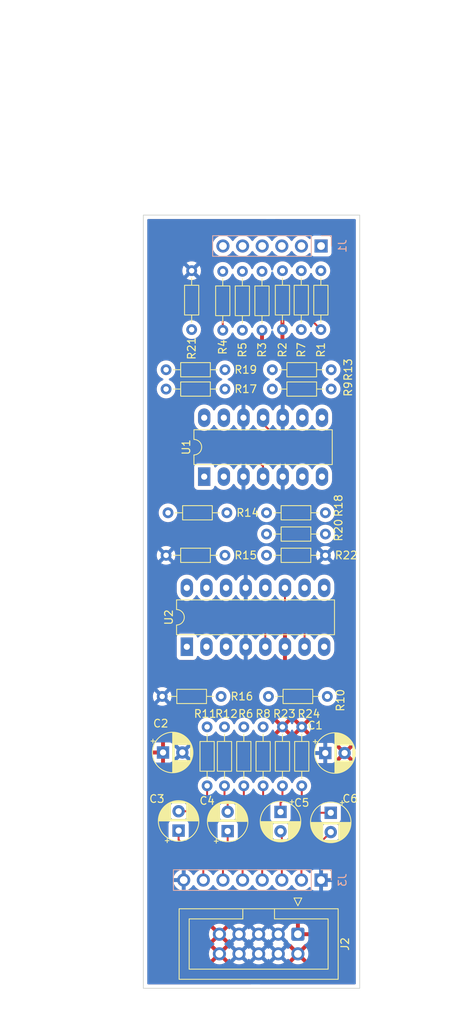
<source format=kicad_pcb>
(kicad_pcb (version 20211014) (generator pcbnew)
  (layers (0 "F.Cu" signal) (31 "B.Cu" signal) (34 "B.Paste" user) (35 "F.Paste" user) (36 "B.SilkS" user "B.Silkscreen") (37 "F.SilkS" user "F.Silkscreen") (38 "B.Mask" user) (39 "F.Mask" user) (44 "Edge.Cuts" user))
  (net 0 "")
  (net 1 "GND")
  (net 2 "-12V")
  (net 3 "+12V")
  (net 4 "/IN2")
  (net 5 "Net-(C3-Pad2)")
  (net 6 "/IN1")
  (net 7 "Net-(C4-Pad2)")
  (net 8 "Net-(C5-Pad1)")
  (net 9 "/OUT2")
  (net 10 "Net-(C6-Pad1)")
  (net 11 "/OUT1")
  (net 12 "/POT1_CW")
  (net 13 "/POT1_CCW")
  (net 14 "/POT2_CW")
  (net 15 "/POT2_CCW")
  (net 16 "/POT2")
  (net 17 "/MOD2")
  (net 18 "/POT1")
  (net 19 "/MOD1")
  (net 20 "Net-(R12-Pad1)")
  (net 21 "Net-(R19-Pad1)")
  (net 23 "Net-(U2-Pad5)")
  (net 24 "Net-(U2-Pad10)")
  (net 26 "/SUM1")
  (net 27 "/SUM2")
  (net 28 "/V2A")
  (net 29 "/V1A")
  (net 30 "/V2B")
  (net 31 "/V1B")
  (net 32 "/V2C")
  (net 33 "/V1C")
  (net 34 "Net-(R15-Pad2)")
  (net 35 "/V1D")
  (footprint "Resistor_THT:R_Axial_DIN0204_L3.6mm_D1.6mm_P7.62mm_Horizontal" (layer "F.Cu") (at 54.56 78 180)
    (fp_text reference "R22" (at -2.69 0) (layer "F.SilkS"))
    (fp_text value "6.8K")
    (pad "1" thru_hole circle (at 0 0 180) (size 1.4 1.4) (drill 0.7) (layers *.Cu *.Mask) (net 1 "GND"))
    (pad "2" thru_hole oval (at 7.62 0 180) (size 1.4 1.4) (drill 0.7) (layers *.Cu *.Mask) (net 35 "/V1D"))
  )
  (footprint "Package_DIP:DIP-14_W7.62mm_LongPads" (layer "F.Cu") (at 38.875 67.825 90)
    (fp_text reference "U1" (at 3.81 -2.33 90) (layer "F.SilkS"))
    (fp_text value "TL074")
    (pad "1" thru_hole rect (at 0 0 90) (size 2.4 1.6) (drill 0.8) (layers *.Cu *.Mask) (net 29 "/V1A"))
    (pad "2" thru_hole oval (at 0 2.54 90) (size 2.4 1.6) (drill 0.8) (layers *.Cu *.Mask) (net 26 "/SUM1"))
    (pad "3" thru_hole oval (at 0 5.08 90) (size 2.4 1.6) (drill 0.8) (layers *.Cu *.Mask) (net 1 "GND"))
    (pad "4" thru_hole oval (at 0 7.62 90) (size 2.4 1.6) (drill 0.8) (layers *.Cu *.Mask) (net 3 "+12V"))
    (pad "5" thru_hole oval (at 0 10.16 90) (size 2.4 1.6) (drill 0.8) (layers *.Cu *.Mask) (net 1 "GND"))
    (pad "6" thru_hole oval (at 0 12.7 90) (size 2.4 1.6) (drill 0.8) (layers *.Cu *.Mask) (net 31 "/V1B"))
    (pad "7" thru_hole oval (at 0 15.24 90) (size 2.4 1.6) (drill 0.8) (layers *.Cu *.Mask) (net 33 "/V1C"))
    (pad "8" thru_hole oval (at 7.62 15.24 90) (size 2.4 1.6) (drill 0.8) (layers *.Cu *.Mask) (net 28 "/V2A"))
    (pad "9" thru_hole oval (at 7.62 12.7 90) (size 2.4 1.6) (drill 0.8) (layers *.Cu *.Mask) (net 27 "/SUM2"))
    (pad "10" thru_hole oval (at 7.62 10.16 90) (size 2.4 1.6) (drill 0.8) (layers *.Cu *.Mask) (net 1 "GND"))
    (pad "11" thru_hole oval (at 7.62 7.62 90) (size 2.4 1.6) (drill 0.8) (layers *.Cu *.Mask) (net 2 "-12V"))
    (pad "12" thru_hole oval (at 7.62 5.08 90) (size 2.4 1.6) (drill 0.8) (layers *.Cu *.Mask) (net 1 "GND"))
    (pad "13" thru_hole oval (at 7.62 2.54 90) (size 2.4 1.6) (drill 0.8) (layers *.Cu *.Mask) (net 30 "/V2B"))
    (pad "14" thru_hole oval (at 7.62 0 90) (size 2.4 1.6) (drill 0.8) (layers *.Cu *.Mask) (net 32 "/V2C"))
  )
  (footprint "Package_DIP:DIP-16_W7.62mm_LongPads" (layer "F.Cu") (at 36.625 89.825 90)
    (fp_text reference "U2" (at 3.81 -2.33 90) (layer "F.SilkS"))
    (fp_text value "LM13700")
    (pad "1" thru_hole rect (at 0 0 90) (size 2.4 1.6) (drill 0.8) (layers *.Cu *.Mask) (net 35 "/V1D"))
    (pad "2" thru_hole oval (at 0 2.54 90) (size 2.4 1.6) (drill 0.8) (layers *.Cu *.Mask))
    (pad "3" thru_hole oval (at 0 5.08 90) (size 2.4 1.6) (drill 0.8) (layers *.Cu *.Mask) (net 20 "Net-(R12-Pad1)"))
    (pad "4" thru_hole oval (at 0 7.62 90) (size 2.4 1.6) (drill 0.8) (layers *.Cu *.Mask) (net 1 "GND"))
    (pad "5" thru_hole oval (at 0 10.16 90) (size 2.4 1.6) (drill 0.8) (layers *.Cu *.Mask) (net 23 "Net-(U2-Pad5)"))
    (pad "6" thru_hole oval (at 0 12.7 90) (size 2.4 1.6) (drill 0.8) (layers *.Cu *.Mask) (net 2 "-12V"))
    (pad "7" thru_hole oval (at 0 15.24 90) (size 2.4 1.6) (drill 0.8) (layers *.Cu *.Mask) (net 23 "Net-(U2-Pad5)"))
    (pad "8" thru_hole oval (at 0 17.78 90) (size 2.4 1.6) (drill 0.8) (layers *.Cu *.Mask) (net 10 "Net-(C6-Pad1)"))
    (pad "9" thru_hole oval (at 7.62 17.78 90) (size 2.4 1.6) (drill 0.8) (layers *.Cu *.Mask) (net 8 "Net-(C5-Pad1)"))
    (pad "10" thru_hole oval (at 7.62 15.24 90) (size 2.4 1.6) (drill 0.8) (layers *.Cu *.Mask) (net 24 "Net-(U2-Pad10)"))
    (pad "11" thru_hole oval (at 7.62 12.7 90) (size 2.4 1.6) (drill 0.8) (layers *.Cu *.Mask) (net 3 "+12V"))
    (pad "12" thru_hole oval (at 7.62 10.16 90) (size 2.4 1.6) (drill 0.8) (layers *.Cu *.Mask) (net 24 "Net-(U2-Pad10)"))
    (pad "13" thru_hole oval (at 7.62 7.62 90) (size 2.4 1.6) (drill 0.8) (layers *.Cu *.Mask) (net 1 "GND"))
    (pad "14" thru_hole oval (at 7.62 5.08 90) (size 2.4 1.6) (drill 0.8) (layers *.Cu *.Mask) (net 34 "Net-(R15-Pad2)"))
    (pad "15" thru_hole oval (at 7.62 2.54 90) (size 2.4 1.6) (drill 0.8) (layers *.Cu *.Mask))
    (pad "16" thru_hole oval (at 7.62 0 90) (size 2.4 1.6) (drill 0.8) (layers *.Cu *.Mask) (net 21 "Net-(R19-Pad1)"))
  )
  (footprint "Resistor_THT:R_Axial_DIN0204_L3.6mm_D1.6mm_P7.62mm_Horizontal" (layer "F.Cu") (at 37.25 41.19 -90)
    (fp_text reference "R21" (at 10.06 0 90) (layer "F.SilkS"))
    (fp_text value "6.8K")
    (pad "1" thru_hole circle (at 0 0 270) (size 1.4 1.4) (drill 0.7) (layers *.Cu *.Mask) (net 1 "GND"))
    (pad "2" thru_hole oval (at 7.62 0 270) (size 1.4 1.4) (drill 0.7) (layers *.Cu *.Mask) (net 21 "Net-(R19-Pad1)"))
  )
  (footprint "Resistor_THT:R_Axial_DIN0204_L3.6mm_D1.6mm_P7.62mm_Horizontal" (layer "F.Cu") (at 41.5 100.19 -90)
    (fp_text reference "R12" (at -1.69 -0.25 180) (layer "F.SilkS"))
    (fp_text value "47K")
    (pad "1" thru_hole circle (at 0 0 270) (size 1.4 1.4) (drill 0.7) (layers *.Cu *.Mask) (net 20 "Net-(R12-Pad1)"))
    (pad "2" thru_hole oval (at 7.62 0 270) (size 1.4 1.4) (drill 0.7) (layers *.Cu *.Mask) (net 7 "Net-(C4-Pad2)"))
  )
  (footprint "Capacitor_THT:CP_Radial_D5.0mm_P2.50mm" (layer "F.Cu") (at 41.91 113.665 90)
    (fp_text reference "C4" (at 3.915 -2.66 180) (layer "F.SilkS"))
    (fp_text value "2.2uF")
    (pad "1" thru_hole rect (at 0 0 90) (size 1.6 1.6) (drill 0.8) (layers *.Cu *.Mask) (net 6 "/IN1"))
    (pad "2" thru_hole circle (at 2.5 0 90) (size 1.6 1.6) (drill 0.8) (layers *.Cu *.Mask) (net 7 "Net-(C4-Pad2)"))
  )
  (footprint "Resistor_THT:R_Axial_DIN0204_L3.6mm_D1.6mm_P7.62mm_Horizontal" (layer "F.Cu") (at 51.435 41.19 -90)
    (fp_text reference "R7" (at 10.245 0 90) (layer "F.SilkS"))
    (fp_text value "100K")
    (pad "1" thru_hole circle (at 0 0 270) (size 1.4 1.4) (drill 0.7) (layers *.Cu *.Mask) (net 18 "/POT1"))
    (pad "2" thru_hole oval (at 7.62 0 270) (size 1.4 1.4) (drill 0.7) (layers *.Cu *.Mask) (net 26 "/SUM1"))
  )
  (footprint "Resistor_THT:R_Axial_DIN0204_L3.6mm_D1.6mm_P7.62mm_Horizontal" (layer "F.Cu") (at 33.44 96.25)
    (fp_text reference "R16" (at 10.31 0) (layer "F.SilkS"))
    (fp_text value "180")
    (pad "1" thru_hole circle (at 0 0) (size 1.4 1.4) (drill 0.7) (layers *.Cu *.Mask) (net 1 "GND"))
    (pad "2" thru_hole oval (at 7.62 0) (size 1.4 1.4) (drill 0.7) (layers *.Cu *.Mask) (net 20 "Net-(R12-Pad1)"))
  )
  (footprint "Resistor_THT:R_Axial_DIN0204_L3.6mm_D1.6mm_P7.62mm_Horizontal" (layer "F.Cu") (at 43.815 41.275 -90)
    (fp_text reference "R5" (at 10.16 0 90) (layer "F.SilkS"))
    (fp_text value "100K")
    (pad "1" thru_hole circle (at 0 0 270) (size 1.4 1.4) (drill 0.7) (layers *.Cu *.Mask) (net 16 "/POT2"))
    (pad "2" thru_hole oval (at 7.62 0 270) (size 1.4 1.4) (drill 0.7) (layers *.Cu *.Mask) (net 27 "/SUM2"))
  )
  (footprint "Resistor_THT:R_Axial_DIN0204_L3.6mm_D1.6mm_P7.62mm_Horizontal" (layer "F.Cu") (at 33.94 78)
    (fp_text reference "R15" (at 10.31 0) (layer "F.SilkS"))
    (fp_text value "180")
    (pad "1" thru_hole circle (at 0 0) (size 1.4 1.4) (drill 0.7) (layers *.Cu *.Mask) (net 1 "GND"))
    (pad "2" thru_hole oval (at 7.62 0) (size 1.4 1.4) (drill 0.7) (layers *.Cu *.Mask) (net 34 "Net-(R15-Pad2)"))
  )
  (footprint "Capacitor_THT:CP_Radial_D5.0mm_P2.50mm" (layer "F.Cu") (at 33.544888 103.5)
    (fp_text reference "C2" (at -0.294888 -3.75) (layer "F.SilkS"))
    (fp_text value "47uF")
    (pad "1" thru_hole rect (at 0 0) (size 1.6 1.6) (drill 0.8) (layers *.Cu *.Mask) (net 3 "+12V"))
    (pad "2" thru_hole circle (at 2.5 0) (size 1.6 1.6) (drill 0.8) (layers *.Cu *.Mask) (net 1 "GND"))
  )
  (footprint "Capacitor_THT:CP_Radial_D5.0mm_P2.50mm" (layer "F.Cu") (at 35.56 113.600113 90)
    (fp_text reference "C3" (at 4.100113 -2.81 180) (layer "F.SilkS"))
    (fp_text value "2.2uF")
    (pad "1" thru_hole rect (at 0 0 90) (size 1.6 1.6) (drill 0.8) (layers *.Cu *.Mask) (net 4 "/IN2"))
    (pad "2" thru_hole circle (at 2.5 0 90) (size 1.6 1.6) (drill 0.8) (layers *.Cu *.Mask) (net 5 "Net-(C3-Pad2)"))
  )
  (footprint "Resistor_THT:R_Axial_DIN0204_L3.6mm_D1.6mm_P7.62mm_Horizontal" (layer "F.Cu") (at 41.56 56.5 180)
    (fp_text reference "R17" (at -2.69 0) (layer "F.SilkS"))
    (fp_text value "10K")
    (pad "1" thru_hole circle (at 0 0 180) (size 1.4 1.4) (drill 0.7) (layers *.Cu *.Mask) (net 30 "/V2B"))
    (pad "2" thru_hole oval (at 7.62 0 180) (size 1.4 1.4) (drill 0.7) (layers *.Cu *.Mask) (net 32 "/V2C"))
  )
  (footprint "Resistor_THT:R_Axial_DIN0204_L3.6mm_D1.6mm_P7.62mm_Horizontal" (layer "F.Cu") (at 46.94 72.5)
    (fp_text reference "R18" (at 9.31 -0.92 90) (layer "F.SilkS"))
    (fp_text value "10K")
    (pad "1" thru_hole circle (at 0 0) (size 1.4 1.4) (drill 0.7) (layers *.Cu *.Mask) (net 31 "/V1B"))
    (pad "2" thru_hole oval (at 7.62 0) (size 1.4 1.4) (drill 0.7) (layers *.Cu *.Mask) (net 33 "/V1C"))
  )
  (footprint "Resistor_THT:R_Axial_DIN0204_L3.6mm_D1.6mm_P7.62mm_Horizontal" (layer "F.Cu") (at 46.5 107.81 90)
    (fp_text reference "R8" (at 9.31 0 180) (layer "F.SilkS"))
    (fp_text value "100K")
    (pad "1" thru_hole circle (at 0 0 90) (size 1.4 1.4) (drill 0.7) (layers *.Cu *.Mask) (net 19 "/MOD1"))
    (pad "2" thru_hole oval (at 7.62 0 90) (size 1.4 1.4) (drill 0.7) (layers *.Cu *.Mask) (net 26 "/SUM1"))
  )
  (footprint "Resistor_THT:R_Axial_DIN0204_L3.6mm_D1.6mm_P7.62mm_Horizontal" (layer "F.Cu") (at 55.31 54 180)
    (fp_text reference "R13" (at -2.19 0 90) (layer "F.SilkS"))
    (fp_text value "10K")
    (pad "1" thru_hole circle (at 0 0 180) (size 1.4 1.4) (drill 0.7) (layers *.Cu *.Mask) (net 28 "/V2A"))
    (pad "2" thru_hole oval (at 7.62 0 180) (size 1.4 1.4) (drill 0.7) (layers *.Cu *.Mask) (net 30 "/V2B"))
  )
  (footprint "Resistor_THT:R_Axial_DIN0204_L3.6mm_D1.6mm_P7.62mm_Horizontal" (layer "F.Cu") (at 41.275 41.275 -90)
    (fp_text reference "R4" (at 9.805 0 90) (layer "F.SilkS"))
    (fp_text value "24K")
    (pad "1" thru_hole circle (at 0 0 270) (size 1.4 1.4) (drill 0.7) (layers *.Cu *.Mask) (net 15 "/POT2_CCW"))
    (pad "2" thru_hole oval (at 7.62 0 270) (size 1.4 1.4) (drill 0.7) (layers *.Cu *.Mask) (net 2 "-12V"))
  )
  (footprint "Resistor_THT:R_Axial_DIN0204_L3.6mm_D1.6mm_P7.62mm_Horizontal" (layer "F.Cu") (at 44 107.81 90)
    (fp_text reference "R6" (at 9.31 0.25 180) (layer "F.SilkS"))
    (fp_text value "100K")
    (pad "1" thru_hole circle (at 0 0 90) (size 1.4 1.4) (drill 0.7) (layers *.Cu *.Mask) (net 17 "/MOD2"))
    (pad "2" thru_hole oval (at 7.62 0 90) (size 1.4 1.4) (drill 0.7) (layers *.Cu *.Mask) (net 27 "/SUM2"))
  )
  (footprint "Resistor_THT:R_Axial_DIN0204_L3.6mm_D1.6mm_P7.62mm_Horizontal" (layer "F.Cu") (at 34.19 72.5)
    (fp_text reference "R14" (at 10.31 0) (layer "F.SilkS"))
    (fp_text value "10K")
    (pad "1" thru_hole circle (at 0 0) (size 1.4 1.4) (drill 0.7) (layers *.Cu *.Mask) (net 29 "/V1A"))
    (pad "2" thru_hole oval (at 7.62 0) (size 1.4 1.4) (drill 0.7) (layers *.Cu *.Mask) (net 31 "/V1B"))
  )
  (footprint "Capacitor_THT:CP_Radial_D5.0mm_P2.50mm" (layer "F.Cu") (at 54.544888 103.569887)
    (fp_text reference "C1" (at -1.304775 -3.569887) (layer "F.SilkS"))
    (fp_text value "47uF")
    (pad "1" thru_hole rect (at 0 0) (size 1.6 1.6) (drill 0.8) (layers *.Cu *.Mask) (net 1 "GND"))
    (pad "2" thru_hole circle (at 2.5 0) (size 1.6 1.6) (drill 0.8) (layers *.Cu *.Mask) (net 2 "-12V"))
  )
  (footprint "Resistor_THT:R_Axial_DIN0204_L3.6mm_D1.6mm_P7.62mm_Horizontal" (layer "F.Cu") (at 46.355 41.275 -90)
    (fp_text reference "R3" (at 10.16 0 90) (layer "F.SilkS"))
    (fp_text value "47K")
    (pad "1" thru_hole circle (at 0 0 270) (size 1.4 1.4) (drill 0.7) (layers *.Cu *.Mask) (net 14 "/POT2_CW"))
    (pad "2" thru_hole oval (at 7.62 0 270) (size 1.4 1.4) (drill 0.7) (layers *.Cu *.Mask) (net 3 "+12V"))
  )
  (footprint "Capacitor_THT:CP_Radial_D5.0mm_P2.50mm" (layer "F.Cu") (at 48.75 111.189888 -90)
    (fp_text reference "C5" (at -1.189888 -2.74 180) (layer "F.SilkS"))
    (fp_text value "2.2uF")
    (pad "1" thru_hole rect (at 0 0 270) (size 1.6 1.6) (drill 0.8) (layers *.Cu *.Mask) (net 8 "Net-(C5-Pad1)"))
    (pad "2" thru_hole circle (at 2.5 0 270) (size 1.6 1.6) (drill 0.8) (layers *.Cu *.Mask) (net 9 "/OUT2"))
  )
  (footprint "Resistor_THT:R_Axial_DIN0204_L3.6mm_D1.6mm_P7.62mm_Horizontal" (layer "F.Cu") (at 47.69 56.5)
    (fp_text reference "R9" (at 9.81 0 90) (layer "F.SilkS"))
    (fp_text value "100K")
    (pad "1" thru_hole circle (at 0 0) (size 1.4 1.4) (drill 0.7) (layers *.Cu *.Mask) (net 27 "/SUM2"))
    (pad "2" thru_hole oval (at 7.62 0) (size 1.4 1.4) (drill 0.7) (layers *.Cu *.Mask) (net 28 "/V2A"))
  )
  (footprint "Resistor_THT:R_Axial_DIN0204_L3.6mm_D1.6mm_P7.62mm_Horizontal" (layer "F.Cu") (at 39.25 100.19 -90)
    (fp_text reference "R11" (at -1.69 0.25 180) (layer "F.SilkS"))
    (fp_text value "47K")
    (pad "1" thru_hole circle (at 0 0 270) (size 1.4 1.4) (drill 0.7) (layers *.Cu *.Mask) (net 34 "Net-(R15-Pad2)"))
    (pad "2" thru_hole oval (at 7.62 0 270) (size 1.4 1.4) (drill 0.7) (layers *.Cu *.Mask) (net 5 "Net-(C3-Pad2)"))
  )
  (footprint "Resistor_THT:R_Axial_DIN0204_L3.6mm_D1.6mm_P7.62mm_Horizontal" (layer "F.Cu") (at 47.19 96.25)
    (fp_text reference "R10" (at 9.31 0.5 90) (layer "F.SilkS"))
    (fp_text value "100K")
    (pad "1" thru_hole circle (at 0 0) (size 1.4 1.4) (drill 0.7) (layers *.Cu *.Mask) (net 26 "/SUM1"))
    (pad "2" thru_hole oval (at 7.62 0) (size 1.4 1.4) (drill 0.7) (layers *.Cu *.Mask) (net 29 "/V1A"))
  )
  (footprint "Resistor_THT:R_Axial_DIN0204_L3.6mm_D1.6mm_P7.62mm_Horizontal" (layer "F.Cu") (at 41.56 54 180)
    (fp_text reference "R19" (at -2.69 0) (layer "F.SilkS"))
    (fp_text value "47K")
    (pad "1" thru_hole circle (at 0 0 180) (size 1.4 1.4) (drill 0.7) (layers *.Cu *.Mask) (net 21 "Net-(R19-Pad1)"))
    (pad "2" thru_hole oval (at 7.62 0 180) (size 1.4 1.4) (drill 0.7) (layers *.Cu *.Mask) (net 32 "/V2C"))
  )
  (footprint "Resistor_THT:R_Axial_DIN0204_L3.6mm_D1.6mm_P7.62mm_Horizontal" (layer "F.Cu") (at 51.5 100.19 -90)
    (fp_text reference "R24" (at -1.69 -0.92) (layer "F.SilkS"))
    (fp_text value "4.7K")
    (pad "1" thru_hole circle (at 0 0 270) (size 1.4 1.4) (drill 0.7) (layers *.Cu *.Mask) (net 2 "-12V"))
    (pad "2" thru_hole oval (at 7.62 0 270) (size 1.4 1.4) (drill 0.7) (layers *.Cu *.Mask) (net 10 "Net-(C6-Pad1)"))
  )
  (footprint "Resistor_THT:R_Axial_DIN0204_L3.6mm_D1.6mm_P7.62mm_Horizontal" (layer "F.Cu") (at 49 41.19 -90)
    (fp_text reference "R2" (at 10.245 0 90) (layer "F.SilkS"))
    (fp_text value "24K")
    (pad "1" thru_hole circle (at 0 0 270) (size 1.4 1.4) (drill 0.7) (layers *.Cu *.Mask) (net 13 "/POT1_CCW"))
    (pad "2" thru_hole oval (at 7.62 0 270) (size 1.4 1.4) (drill 0.7) (layers *.Cu *.Mask) (net 2 "-12V"))
  )
  (footprint "Capacitor_THT:CP_Radial_D5.0mm_P2.50mm" (layer "F.Cu") (at 55.25 111.294888 -90)
    (fp_text reference "C6" (at -1.824888 -2.505 180) (layer "F.SilkS"))
    (fp_text value "2.2uF")
    (pad "1" thru_hole rect (at 0 0 270) (size 1.6 1.6) (drill 0.8) (layers *.Cu *.Mask) (net 10 "Net-(C6-Pad1)"))
    (pad "2" thru_hole circle (at 2.5 0 270) (size 1.6 1.6) (drill 0.8) (layers *.Cu *.Mask) (net 11 "/OUT1"))
  )
  (footprint "Resistor_THT:R_Axial_DIN0204_L3.6mm_D1.6mm_P7.62mm_Horizontal" (layer "F.Cu") (at 53.975 41.19 -90)
    (fp_text reference "R1" (at 10.245 0 90) (layer "F.SilkS"))
    (fp_text value "47K")
    (pad "1" thru_hole circle (at 0 0 270) (size 1.4 1.4) (drill 0.7) (layers *.Cu *.Mask) (net 12 "/POT1_CW"))
    (pad "2" thru_hole oval (at 7.62 0 270) (size 1.4 1.4) (drill 0.7) (layers *.Cu *.Mask) (net 3 "+12V"))
  )
  (footprint "Connector_IDC:IDC-Header_2x05_P2.54mm_Vertical" (layer "F.Cu") (at 51 127 -90)
    (fp_text reference "J2" (at 1.27 -6.1 90) (layer "F.SilkS"))
    (fp_text value "Conn_02x05_Odd_Even")
    (pad "1" thru_hole roundrect (at 0 0 270) (size 1.7 1.7) (drill 1) (layers *.Cu *.Mask) (roundrect_rratio 0.147059) (net 2 "-12V"))
    (pad "2" thru_hole circle (at 2.54 0 270) (size 1.7 1.7) (drill 1) (layers *.Cu *.Mask) (net 2 "-12V"))
    (pad "3" thru_hole circle (at 0 2.54 270) (size 1.7 1.7) (drill 1) (layers *.Cu *.Mask) (net 1 "GND"))
    (pad "4" thru_hole circle (at 2.54 2.54 270) (size 1.7 1.7) (drill 1) (layers *.Cu *.Mask) (net 1 "GND"))
    (pad "5" thru_hole circle (at 0 5.08 270) (size 1.7 1.7) (drill 1) (layers *.Cu *.Mask) (net 1 "GND"))
    (pad "6" thru_hole circle (at 2.54 5.08 270) (size 1.7 1.7) (drill 1) (layers *.Cu *.Mask) (net 1 "GND"))
    (pad "7" thru_hole circle (at 0 7.62 270) (size 1.7 1.7) (drill 1) (layers *.Cu *.Mask) (net 1 "GND"))
    (pad "8" thru_hole circle (at 2.54 7.62 270) (size 1.7 1.7) (drill 1) (layers *.Cu *.Mask) (net 1 "GND"))
    (pad "9" thru_hole circle (at 0 10.16 270) (size 1.7 1.7) (drill 1) (layers *.Cu *.Mask) (net 3 "+12V"))
    (pad "10" thru_hole circle (at 2.54 10.16 270) (size 1.7 1.7) (drill 1) (layers *.Cu *.Mask) (net 3 "+12V"))
  )
  (footprint "Resistor_THT:R_Axial_DIN0204_L3.6mm_D1.6mm_P7.62mm_Horizontal" (layer "F.Cu") (at 49 100.19 -90)
    (fp_text reference "R23" (at -1.69 -0.25) (layer "F.SilkS"))
    (fp_text value "4.7K")
    (pad "1" thru_hole circle (at 0 0 270) (size 1.4 1.4) (drill 0.7) (layers *.Cu *.Mask) (net 2 "-12V"))
    (pad "2" thru_hole oval (at 7.62 0 270) (size 1.4 1.4) (drill 0.7) (layers *.Cu *.Mask) (net 8 "Net-(C5-Pad1)"))
  )
  (footprint "Resistor_THT:R_Axial_DIN0204_L3.6mm_D1.6mm_P7.62mm_Horizontal" (layer "F.Cu") (at 46.94 75.25)
    (fp_text reference "R20" (at 9.31 -0.5 90) (layer "F.SilkS"))
    (fp_text value "47K")
    (pad "1" thru_hole circle (at 0 0) (size 1.4 1.4) (drill 0.7) (layers *.Cu *.Mask) (net 35 "/V1D"))
    (pad "2" thru_hole oval (at 7.62 0) (size 1.4 1.4) (drill 0.7) (layers *.Cu *.Mask) (net 33 "/V1C"))
  )
  (footprint "Connector_PinSocket_2.54mm:PinSocket_1x08_P2.54mm_Vertical" (layer "B.Cu") (at 54 120 90)
    (fp_text reference "J3" (at 0 2.77 90) (layer "B.SilkS") (effects (justify mirror)))
    (fp_text value "Conn_01x08")
    (pad "1" thru_hole rect (at 0 0 90) (size 1.7 1.7) (drill 1) (layers *.Cu *.Mask) (net 1 "GND"))
    (pad "2" thru_hole oval (at 0 -2.54 90) (size 1.7 1.7) (drill 1) (layers *.Cu *.Mask) (net 11 "/OUT1"))
    (pad "3" thru_hole oval (at 0 -5.08 90) (size 1.7 1.7) (drill 1) (layers *.Cu *.Mask) (net 9 "/OUT2"))
    (pad "4" thru_hole oval (at 0 -7.62 90) (size 1.7 1.7) (drill 1) (layers *.Cu *.Mask) (net 19 "/MOD1"))
    (pad "5" thru_hole oval (at 0 -10.16 90) (size 1.7 1.7) (drill 1) (layers *.Cu *.Mask) (net 17 "/MOD2"))
    (pad "6" thru_hole oval (at 0 -12.7 90) (size 1.7 1.7) (drill 1) (layers *.Cu *.Mask) (net 6 "/IN1"))
    (pad "7" thru_hole oval (at 0 -15.24 90) (size 1.7 1.7) (drill 1) (layers *.Cu *.Mask) (net 4 "/IN2"))
    (pad "8" thru_hole oval (at 0 -17.78 90) (size 1.7 1.7) (drill 1) (layers *.Cu *.Mask) (net 1 "GND"))
  )
  (footprint "Connector_PinSocket_2.54mm:PinSocket_1x06_P2.54mm_Vertical" (layer "B.Cu") (at 54 38 90)
    (fp_text reference "J1" (at 0 2.77 90) (layer "B.SilkS") (effects (justify mirror)))
    (fp_text value "Conn_01x06")
    (pad "1" thru_hole rect (at 0 0 90) (size 1.7 1.7) (drill 1) (layers *.Cu *.Mask) (net 12 "/POT1_CW"))
    (pad "2" thru_hole oval (at 0 -2.54 90) (size 1.7 1.7) (drill 1) (layers *.Cu *.Mask) (net 18 "/POT1"))
    (pad "3" thru_hole oval (at 0 -5.08 90) (size 1.7 1.7) (drill 1) (layers *.Cu *.Mask) (net 13 "/POT1_CCW"))
    (pad "4" thru_hole oval (at 0 -7.62 90) (size 1.7 1.7) (drill 1) (layers *.Cu *.Mask) (net 14 "/POT2_CW"))
    (pad "5" thru_hole oval (at 0 -10.16 90) (size 1.7 1.7) (drill 1) (layers *.Cu *.Mask) (net 16 "/POT2"))
    (pad "6" thru_hole oval (at 0 -12.7 90) (size 1.7 1.7) (drill 1) (layers *.Cu *.Mask) (net 15 "/POT2_CCW"))
  )
  (gr_rect (start 31 34) (end 59 134) (layer "Edge.Cuts") (width 0.1) (fill none))
  (segment (start 41.275 48.895) (end 41.275 47.725) (width 0.25) (layer "F.Cu") (net 2))
  (segment (start 41.275 47.725) (end 42 47) (width 0.25) (layer "F.Cu") (net 2))
  (segment (start 42 47) (end 49 47) (width 0.25) (layer "F.Cu") (net 2))
  (segment (start 46.495 60.995) (end 47.75 62.25) (width 0.25) (layer "F.Cu") (net 2))
  (segment (start 46.495 66.495) (end 45.5 65.5) (width 0.25) (layer "F.Cu") (net 3))
  (segment (start 53.975 48.81) (end 51.165 46) (width 0.25) (layer "F.Cu") (net 3))
  (segment (start 48.75 85) (end 45.75 85) (width 0.25) (layer "F.Cu") (net 3))
  (segment (start 49.325 84.425) (end 48.75 85) (width 0.25) (layer "F.Cu") (net 3))
  (segment (start 46.495 67.825) (end 46.495 66.495) (width 0.25) (layer "F.Cu") (net 3))
  (segment (start 51.165 46) (end 46 46) (width 0.25) (layer "F.Cu") (net 3))
  (segment (start 49.325 82.205) (end 49.325 84.425) (width 0.25) (layer "F.Cu") (net 3))
  (segment (start 38.76 120) (end 38.76 118) (width 0.25) (layer "F.Cu") (net 4))
  (segment (start 35.56 114.8) (end 35.56 113.600113) (width 0.25) (layer "F.Cu") (net 4))
  (segment (start 38.76 118) (end 35.56 114.8) (width 0.25) (layer "F.Cu") (net 4))
  (segment (start 39.25 109.25) (end 39.25 107.81) (width 0.25) (layer "F.Cu") (net 5))
  (segment (start 37.399887 111.100113) (end 39.25 109.25) (width 0.25) (layer "F.Cu") (net 5))
  (segment (start 35.56 111.100113) (end 37.399887 111.100113) (width 0.25) (layer "F.Cu") (net 5))
  (segment (start 41.3 120) (end 41.3 116.2) (width 0.25) (layer "F.Cu") (net 6))
  (segment (start 41.3 116.2) (end 41.91 115.59) (width 0.25) (layer "F.Cu") (net 6))
  (segment (start 41.91 113.665) (end 41.91 115.59) (width 0.25) (layer "F.Cu") (net 6))
  (segment (start 41.5 109.25) (end 41.5 107.81) (width 0.25) (layer "F.Cu") (net 7))
  (segment (start 41.91 109.66) (end 41.5 109.25) (width 0.25) (layer "F.Cu") (net 7))
  (segment (start 41.91 111.165) (end 41.91 109.66) (width 0.25) (layer "F.Cu") (net 7))
  (segment (start 48.75 110) (end 49 109.75) (width 0.25) (layer "F.Cu") (net 8))
  (segment (start 49 109.75) (end 49 107.81) (width 0.25) (layer "F.Cu") (net 8))
  (segment (start 48.75 111.189888) (end 48.75 110) (width 0.25) (layer "F.Cu") (net 8))
  (segment (start 48.92 120) (end 48.92 113.859888) (width 0.25) (layer "F.Cu") (net 9))
  (segment (start 53.544888 111.294888) (end 51.5 109.25) (width 0.25) (layer "F.Cu") (net 10))
  (segment (start 51.5 109.25) (end 51.5 107.81) (width 0.25) (layer "F.Cu") (net 10))
  (segment (start 55.25 111.294888) (end 53.544888 111.294888) (width 0.25) (layer "F.Cu") (net 10))
  (segment (start 51.46 120) (end 51.46 117.584888) (width 0.25) (layer "F.Cu") (net 11))
  (segment (start 51.46 117.584888) (end 55.25 113.794888) (width 0.25) (layer "F.Cu") (net 11))
  (segment (start 44 115.004) (end 43.84 115.164) (width 0.25) (layer "F.Cu") (net 17))
  (segment (start 43.84 115.164) (end 43.84 120) (width 0.25) (layer "F.Cu") (net 17))
  (segment (start 44 107.81) (end 44 115.004) (width 0.25) (layer "F.Cu") (net 17))
  (segment (start 46.38 120) (end 46.38 110.628) (width 0.25) (layer "F.Cu") (net 19))
  (segment (start 46.5 110.508) (end 46.5 107.81) (width 0.25) (layer "F.Cu") (net 19))
  (segment (start 46.38 110.628) (end 46.5 110.508) (width 0.25) (layer "F.Cu") (net 19))
  (segment (start 51.865 87.365) (end 51.865 89.825) (width 0.25) (layer "F.Cu") (net 23))
  (segment (start 46.785 89.825) (end 46.785 87.465) (width 0.25) (layer "F.Cu") (net 23))
  (segment (start 51.5 87) (end 51.865 87.365) (width 0.25) (layer "F.Cu") (net 23))
  (segment (start 46.785 87.465) (end 47.25 87) (width 0.25) (layer "F.Cu") (net 23))
  (segment (start 47.25 87) (end 51.5 87) (width 0.25) (layer "F.Cu") (net 23))
  (zone (net 2) (net_name "-12V") (layer "F.Cu") (connect_pads (clearance 0.508)) (min_thickness 0.254) (fill yes (thermal_gap 0.508) (thermal_bridge_width 0.508))
    (polygon (pts (xy 59 134) (xy 46 134) (xy 48 34) (xy 59 34)))
  )
  (zone (net 3) (net_name "+12V") (layer "F.Cu") (connect_pads (clearance 0.508)) (min_thickness 0.254) (fill yes (thermal_gap 0.508) (thermal_bridge_width 0.508))
    (polygon (pts (xy 45 134) (xy 31 134) (xy 31 34) (xy 47 34)))
  )
  (zone (net 1) (net_name "GND") (layer "B.Cu") (connect_pads (clearance 0.508)) (min_thickness 0.254) (fill yes (thermal_gap 0.508) (thermal_bridge_width 0.508))
    (polygon (pts (xy 59 134) (xy 31 134) (xy 31 34) (xy 59 34)))
  )
)
</source>
